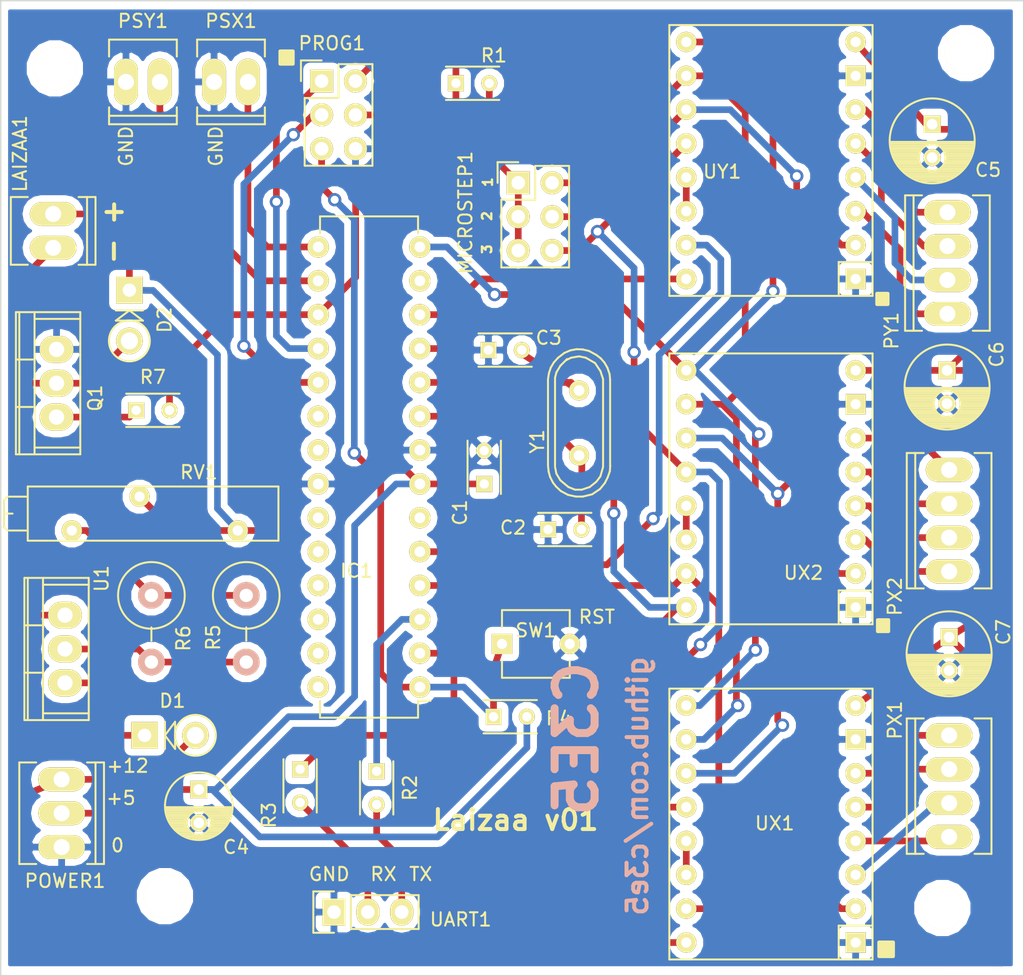
<source format=kicad_pcb>
(kicad_pcb (version 4) (host pcbnew 4.0.2-4+6225~38~ubuntu14.04.1-stable)
  (layers (0 F.Cu signal) (31 B.Cu signal) (34 B.Paste user) (35 F.Paste user) (36 B.SilkS user) (37 F.SilkS user) (38 B.Mask user) (39 F.Mask user) (44 Edge.Cuts user))
  (net 0 "")
  (net 1 +5V)
  (net 2 GND)
  (net 3 "Net-(C2-Pad2)")
  (net 4 "Net-(C3-Pad2)")
  (net 5 +12V)
  (net 6 "Net-(D1-Pad1)")
  (net 7 "Net-(D2-Pad2)")
  (net 8 "Net-(D2-Pad1)")
  (net 9 "Net-(IC1-Pad1)")
  (net 10 "Net-(IC1-Pad2)")
  (net 11 "Net-(IC1-Pad3)")
  (net 12 "Net-(IC1-Pad4)")
  (net 13 "Net-(IC1-Pad5)")
  (net 14 "Net-(IC1-Pad6)")
  (net 15 "Net-(IC1-Pad11)")
  (net 16 "Net-(IC1-Pad12)")
  (net 17 "Net-(IC1-Pad13)")
  (net 18 "Net-(IC1-Pad14)")
  (net 19 "Net-(IC1-Pad15)")
  (net 20 "Net-(IC1-Pad16)")
  (net 21 "Net-(IC1-Pad17)")
  (net 22 "Net-(IC1-Pad18)")
  (net 23 "Net-(IC1-Pad19)")
  (net 24 "Net-(IC1-Pad20)")
  (net 25 "Net-(IC1-Pad21)")
  (net 26 "Net-(IC1-Pad23)")
  (net 27 "Net-(IC1-Pad24)")
  (net 28 "Net-(IC1-Pad25)")
  (net 29 "Net-(IC1-Pad26)")
  (net 30 "Net-(IC1-Pad27)")
  (net 31 "Net-(IC1-Pad28)")
  (net 32 "Net-(MICROSTEP1-Pad1)")
  (net 33 "Net-(MICROSTEP1-Pad2)")
  (net 34 "Net-(MICROSTEP1-Pad4)")
  (net 35 "Net-(MICROSTEP1-Pad6)")
  (net 36 "Net-(PX1-Pad1)")
  (net 37 "Net-(PX1-Pad2)")
  (net 38 "Net-(PX1-Pad3)")
  (net 39 "Net-(PX1-Pad4)")
  (net 40 "Net-(PX2-Pad1)")
  (net 41 "Net-(PX2-Pad2)")
  (net 42 "Net-(PX2-Pad3)")
  (net 43 "Net-(PX2-Pad4)")
  (net 44 "Net-(PY1-Pad1)")
  (net 45 "Net-(PY1-Pad2)")
  (net 46 "Net-(PY1-Pad3)")
  (net 47 "Net-(PY1-Pad4)")
  (net 48 "Net-(Q1-Pad1)")
  (net 49 "Net-(R2-Pad2)")
  (net 50 "Net-(R3-Pad2)")
  (net 51 "Net-(R5-Pad1)")
  (net 52 "Net-(R5-Pad2)")
  (net 53 "Net-(UX1-Pad13)")
  (net 54 "Net-(UX2-Pad13)")
  (net 55 "Net-(UY1-Pad13)")
  (module Mounting_Holes:MountingHole_3.2mm_M3 (layer F.Cu) (at 195.834 41.021)
    (fp_text reference REF** hide)
    (fp_text value MountingHole_3.2mm_M3)
    (pad 1 np_thru_hole circle (at 0 0) (size 3.2 3.2) (drill 3.2) (layers *.Cu *.Mask F.SilkS))
  )
  (module Mounting_Holes:MountingHole_3.2mm_M3 (layer F.Cu) (at 135.763 104.267)
    (fp_text reference REF** hide)
    (fp_text value MountingHole_3.2mm_M3)
    (pad 1 np_thru_hole circle (at 0 0) (size 3.2 3.2) (drill 3.2) (layers *.Cu *.Mask F.SilkS))
  )
  (module Mounting_Holes:MountingHole_3.2mm_M3 (layer F.Cu) (at 194.056 105.156)
    (fp_text reference REF** hide)
    (fp_text value MountingHole_3.2mm_M3)
    (pad 1 np_thru_hole circle (at 0 0) (size 3.2 3.2) (drill 3.2) (layers *.Cu *.Mask F.SilkS))
  )
  (module Capacitors_ThroughHole:C_Rect_L4_W2.5_P2.5 (layer F.Cu) (at 159.7025 73.3425 90)
    (fp_text reference C1 (at -2.1463 -1.8161 90) (layer F.SilkS))
    (fp_text value 100nF)
    (pad 1 thru_hole rect (at 0 0 90) (size 1.2 1.2) (drill 0.7) (layers *.Cu *.Mask F.SilkS) (net 1 +5V))
    (pad 2 thru_hole circle (at 2.5 0 90) (size 1.2 1.2) (drill 0.7) (layers *.Cu *.Mask F.SilkS) (net 2 GND))
  )
  (module Capacitors_ThroughHole:C_Rect_L4_W2.5_P2.5 (layer F.Cu) (at 164.4904 76.7588)
    (fp_text reference C2 (at -2.6289 -0.1397) (layer F.SilkS))
    (fp_text value 22pF)
    (pad 1 thru_hole rect (at 0 0) (size 1.2 1.2) (drill 0.7) (layers *.Cu *.Mask F.SilkS) (net 2 GND))
    (pad 2 thru_hole circle (at 2.5 0) (size 1.2 1.2) (drill 0.7) (layers *.Cu *.Mask F.SilkS) (net 3 "Net-(C2-Pad2)"))
  )
  (module Capacitors_ThroughHole:C_Rect_L4_W2.5_P2.5 (layer F.Cu) (at 160.02 63.2968)
    (fp_text reference C3 (at 4.5212 -0.9144) (layer F.SilkS))
    (fp_text value 22pF)
    (pad 1 thru_hole rect (at 0 0) (size 1.2 1.2) (drill 0.7) (layers *.Cu *.Mask F.SilkS) (net 2 GND))
    (pad 2 thru_hole circle (at 2.5 0) (size 1.2 1.2) (drill 0.7) (layers *.Cu *.Mask F.SilkS) (net 4 "Net-(C3-Pad2)"))
  )
  (module Capacitors_ThroughHole:C_Radial_D6.3_L11.2_P2.5 (layer F.Cu) (at 193.294 46.355 270)
    (fp_text reference C5 (at 3.429 -4.191 360) (layer F.SilkS))
    (fp_text value 47uF)
    (pad 2 thru_hole circle (at 2.5 0 270) (size 1.3 1.3) (drill 0.8) (layers *.Cu *.Mask F.SilkS) (net 2 GND))
    (pad 1 thru_hole rect (at 0 0 270) (size 1.3 1.3) (drill 0.8) (layers *.Cu *.Mask F.SilkS) (net 5 +12V))
  )
  (module Capacitors_ThroughHole:C_Radial_D6.3_L11.2_P2.5 (layer F.Cu) (at 194.4116 64.8208 270)
    (fp_text reference C6 (at -1.1938 -3.7084 270) (layer F.SilkS))
    (fp_text value 47uF)
    (pad 2 thru_hole circle (at 2.5 0 270) (size 1.3 1.3) (drill 0.8) (layers *.Cu *.Mask F.SilkS) (net 2 GND))
    (pad 1 thru_hole rect (at 0 0 270) (size 1.3 1.3) (drill 0.8) (layers *.Cu *.Mask F.SilkS) (net 5 +12V))
  )
  (module Capacitors_ThroughHole:C_Radial_D6.3_L11.2_P2.5 (layer F.Cu) (at 194.564 84.836 270)
    (fp_text reference C7 (at -0.381 -4.064 270) (layer F.SilkS))
    (fp_text value 47uF)
    (pad 2 thru_hole circle (at 2.5 0 270) (size 1.3 1.3) (drill 0.8) (layers *.Cu *.Mask F.SilkS) (net 2 GND))
    (pad 1 thru_hole rect (at 0 0 270) (size 1.3 1.3) (drill 0.8) (layers *.Cu *.Mask F.SilkS) (net 5 +12V))
  )
  (module Housings_DIP:DIP-28_W7.62mm (layer F.Cu) (at 154.8765 88.5825 180)
    (fp_text reference IC1 (at 4.7625 8.7249 180) (layer F.SilkS))
    (fp_text value ATMEGA328P-P)
    (pad 1 thru_hole oval (at 0 0 180) (size 1.6 1.6) (drill 0.8) (layers *.Cu *.Mask F.SilkS) (net 9 "Net-(IC1-Pad1)"))
    (pad 2 thru_hole oval (at 0 2.54 180) (size 1.6 1.6) (drill 0.8) (layers *.Cu *.Mask F.SilkS) (net 10 "Net-(IC1-Pad2)"))
    (pad 3 thru_hole oval (at 0 5.08 180) (size 1.6 1.6) (drill 0.8) (layers *.Cu *.Mask F.SilkS) (net 11 "Net-(IC1-Pad3)"))
    (pad 4 thru_hole oval (at 0 7.62 180) (size 1.6 1.6) (drill 0.8) (layers *.Cu *.Mask F.SilkS) (net 12 "Net-(IC1-Pad4)"))
    (pad 5 thru_hole oval (at 0 10.16 180) (size 1.6 1.6) (drill 0.8) (layers *.Cu *.Mask F.SilkS) (net 13 "Net-(IC1-Pad5)"))
    (pad 6 thru_hole oval (at 0 12.7 180) (size 1.6 1.6) (drill 0.8) (layers *.Cu *.Mask F.SilkS) (net 14 "Net-(IC1-Pad6)"))
    (pad 7 thru_hole oval (at 0 15.24 180) (size 1.6 1.6) (drill 0.8) (layers *.Cu *.Mask F.SilkS) (net 1 +5V))
    (pad 8 thru_hole oval (at 0 17.78 180) (size 1.6 1.6) (drill 0.8) (layers *.Cu *.Mask F.SilkS) (net 2 GND))
    (pad 9 thru_hole oval (at 0 20.32 180) (size 1.6 1.6) (drill 0.8) (layers *.Cu *.Mask F.SilkS) (net 3 "Net-(C2-Pad2)"))
    (pad 10 thru_hole oval (at 0 22.86 180) (size 1.6 1.6) (drill 0.8) (layers *.Cu *.Mask F.SilkS) (net 4 "Net-(C3-Pad2)"))
    (pad 11 thru_hole oval (at 0 25.4 180) (size 1.6 1.6) (drill 0.8) (layers *.Cu *.Mask F.SilkS) (net 15 "Net-(IC1-Pad11)"))
    (pad 12 thru_hole oval (at 0 27.94 180) (size 1.6 1.6) (drill 0.8) (layers *.Cu *.Mask F.SilkS) (net 16 "Net-(IC1-Pad12)"))
    (pad 13 thru_hole oval (at 0 30.48 180) (size 1.6 1.6) (drill 0.8) (layers *.Cu *.Mask F.SilkS) (net 17 "Net-(IC1-Pad13)"))
    (pad 14 thru_hole oval (at 0 33.02 180) (size 1.6 1.6) (drill 0.8) (layers *.Cu *.Mask F.SilkS) (net 18 "Net-(IC1-Pad14)"))
    (pad 15 thru_hole oval (at 7.62 33.02 180) (size 1.6 1.6) (drill 0.8) (layers *.Cu *.Mask F.SilkS) (net 19 "Net-(IC1-Pad15)"))
    (pad 16 thru_hole oval (at 7.62 30.48 180) (size 1.6 1.6) (drill 0.8) (layers *.Cu *.Mask F.SilkS) (net 20 "Net-(IC1-Pad16)"))
    (pad 17 thru_hole oval (at 7.62 27.94 180) (size 1.6 1.6) (drill 0.8) (layers *.Cu *.Mask F.SilkS) (net 21 "Net-(IC1-Pad17)"))
    (pad 18 thru_hole oval (at 7.62 25.4 180) (size 1.6 1.6) (drill 0.8) (layers *.Cu *.Mask F.SilkS) (net 22 "Net-(IC1-Pad18)"))
    (pad 19 thru_hole oval (at 7.62 22.86 180) (size 1.6 1.6) (drill 0.8) (layers *.Cu *.Mask F.SilkS) (net 23 "Net-(IC1-Pad19)"))
    (pad 20 thru_hole oval (at 7.62 20.32 180) (size 1.6 1.6) (drill 0.8) (layers *.Cu *.Mask F.SilkS) (net 24 "Net-(IC1-Pad20)"))
    (pad 21 thru_hole oval (at 7.62 17.78 180) (size 1.6 1.6) (drill 0.8) (layers *.Cu *.Mask F.SilkS) (net 25 "Net-(IC1-Pad21)"))
    (pad 22 thru_hole oval (at 7.62 15.24 180) (size 1.6 1.6) (drill 0.8) (layers *.Cu *.Mask F.SilkS) (net 2 GND))
    (pad 23 thru_hole oval (at 7.62 12.7 180) (size 1.6 1.6) (drill 0.8) (layers *.Cu *.Mask F.SilkS) (net 26 "Net-(IC1-Pad23)"))
    (pad 24 thru_hole oval (at 7.62 10.16 180) (size 1.6 1.6) (drill 0.8) (layers *.Cu *.Mask F.SilkS) (net 27 "Net-(IC1-Pad24)"))
    (pad 25 thru_hole oval (at 7.62 7.62 180) (size 1.6 1.6) (drill 0.8) (layers *.Cu *.Mask F.SilkS) (net 28 "Net-(IC1-Pad25)"))
    (pad 26 thru_hole oval (at 7.62 5.08 180) (size 1.6 1.6) (drill 0.8) (layers *.Cu *.Mask F.SilkS) (net 29 "Net-(IC1-Pad26)"))
    (pad 27 thru_hole oval (at 7.62 2.54 180) (size 1.6 1.6) (drill 0.8) (layers *.Cu *.Mask F.SilkS) (net 30 "Net-(IC1-Pad27)"))
    (pad 28 thru_hole oval (at 7.62 0 180) (size 1.6 1.6) (drill 0.8) (layers *.Cu *.Mask F.SilkS) (net 31 "Net-(IC1-Pad28)"))
  )
  (module Sockets_MOLEX_KK-System:Socket_MOLEX-KK-RM2-54mm_Lock_2pin_straight (layer F.Cu) (at 127.381 54.356 270)
    (fp_text reference LAIZAA1 (at -5.7912 2.4892 270) (layer F.SilkS))
    (fp_text value CONN_01X02)
    (pad 1 thru_hole oval (at -1.27 0 270) (size 1.80086 3.50012) (drill 1.19888) (layers *.Cu *.Mask F.SilkS) (net 8 "Net-(D2-Pad1)"))
    (pad 2 thru_hole oval (at 1.27 0 270) (size 1.80086 3.50012) (drill 1.19888) (layers *.Cu *.Mask F.SilkS) (net 7 "Net-(D2-Pad2)"))
  )
  (module Pin_Headers:Pin_Header_Straight_2x03 (layer F.Cu) (at 162.2552 50.7492)
    (fp_text reference MICROSTEP1 (at -3.9624 2.2352 90) (layer F.SilkS))
    (fp_text value CONN_02X03)
    (pad 1 thru_hole rect (at 0 0) (size 1.7272 1.7272) (drill 1.016) (layers *.Cu *.Mask F.SilkS) (net 32 "Net-(MICROSTEP1-Pad1)"))
    (pad 2 thru_hole oval (at 2.54 0) (size 1.7272 1.7272) (drill 1.016) (layers *.Cu *.Mask F.SilkS) (net 33 "Net-(MICROSTEP1-Pad2)"))
    (pad 3 thru_hole oval (at 0 2.54) (size 1.7272 1.7272) (drill 1.016) (layers *.Cu *.Mask F.SilkS) (net 32 "Net-(MICROSTEP1-Pad1)"))
    (pad 4 thru_hole oval (at 2.54 2.54) (size 1.7272 1.7272) (drill 1.016) (layers *.Cu *.Mask F.SilkS) (net 34 "Net-(MICROSTEP1-Pad4)"))
    (pad 5 thru_hole oval (at 0 5.08) (size 1.7272 1.7272) (drill 1.016) (layers *.Cu *.Mask F.SilkS) (net 32 "Net-(MICROSTEP1-Pad1)"))
    (pad 6 thru_hole oval (at 2.54 5.08) (size 1.7272 1.7272) (drill 1.016) (layers *.Cu *.Mask F.SilkS) (net 35 "Net-(MICROSTEP1-Pad6)"))
  )
  (module Sockets_MOLEX_KK-System:Socket_MOLEX-KK-RM2-54mm_Lock_3pin_straight (layer F.Cu) (at 128.016 98.044 270)
    (fp_text reference POWER1 (at 5.08 -0.254 360) (layer F.SilkS))
    (fp_text value CONN_01X03)
    (pad 1 thru_hole oval (at -2.54 0 270) (size 1.80086 3.50012) (drill 1.19888) (layers *.Cu *.Mask F.SilkS) (net 5 +12V))
    (pad 2 thru_hole oval (at 0 0 270) (size 1.80086 3.50012) (drill 1.19888) (layers *.Cu *.Mask F.SilkS) (net 1 +5V))
    (pad 3 thru_hole oval (at 2.54 0 270) (size 1.80086 3.50012) (drill 1.19888) (layers *.Cu *.Mask F.SilkS) (net 2 GND))
  )
  (module Pin_Headers:Pin_Header_Straight_2x03 (layer F.Cu) (at 147.5105 43.1165)
    (fp_text reference PROG1 (at 0.7747 -2.8321) (layer F.SilkS))
    (fp_text value CONN_02X03)
    (pad 1 thru_hole rect (at 0 0) (size 1.7272 1.7272) (drill 1.016) (layers *.Cu *.Mask F.SilkS) (net 22 "Net-(IC1-Pad18)"))
    (pad 2 thru_hole oval (at 2.54 0) (size 1.7272 1.7272) (drill 1.016) (layers *.Cu *.Mask F.SilkS) (net 1 +5V))
    (pad 3 thru_hole oval (at 0 2.54) (size 1.7272 1.7272) (drill 1.016) (layers *.Cu *.Mask F.SilkS) (net 23 "Net-(IC1-Pad19)"))
    (pad 4 thru_hole oval (at 2.54 2.54) (size 1.7272 1.7272) (drill 1.016) (layers *.Cu *.Mask F.SilkS) (net 21 "Net-(IC1-Pad17)"))
    (pad 5 thru_hole oval (at 0 5.08) (size 1.7272 1.7272) (drill 1.016) (layers *.Cu *.Mask F.SilkS) (net 9 "Net-(IC1-Pad1)"))
    (pad 6 thru_hole oval (at 2.54 5.08) (size 1.7272 1.7272) (drill 1.016) (layers *.Cu *.Mask F.SilkS) (net 2 GND))
  )
  (module Sockets_MOLEX_KK-System:Socket_MOLEX-KK-RM2-54mm_Lock_2pin_straight (layer F.Cu) (at 140.716 43.18 180)
    (fp_text reference PSX1 (at 0 4.572 360) (layer F.SilkS))
    (fp_text value CONN_01X02)
    (pad 1 thru_hole oval (at -1.27 0 180) (size 1.80086 3.50012) (drill 1.19888) (layers *.Cu *.Mask F.SilkS) (net 19 "Net-(IC1-Pad15)"))
    (pad 2 thru_hole oval (at 1.27 0 180) (size 1.80086 3.50012) (drill 1.19888) (layers *.Cu *.Mask F.SilkS) (net 2 GND))
  )
  (module Sockets_MOLEX_KK-System:Socket_MOLEX-KK-RM2-54mm_Lock_2pin_straight (layer F.Cu) (at 134.112 43.18 180)
    (fp_text reference PSY1 (at 0 4.572 180) (layer F.SilkS))
    (fp_text value CONN_01X02)
    (pad 1 thru_hole oval (at -1.27 0 180) (size 1.80086 3.50012) (drill 1.19888) (layers *.Cu *.Mask F.SilkS) (net 20 "Net-(IC1-Pad16)"))
    (pad 2 thru_hole oval (at 1.27 0 180) (size 1.80086 3.50012) (drill 1.19888) (layers *.Cu *.Mask F.SilkS) (net 2 GND))
  )
  (module Sockets_MOLEX_KK-System:Socket_MOLEX-KK-RM2-54mm_Lock_4pin_straight (layer F.Cu) (at 194.564 96.012 90)
    (fp_text reference PX1 (at 4.953 -4.064 90) (layer F.SilkS))
    (fp_text value CONN_01X04)
    (pad 1 thru_hole oval (at -3.81 0 90) (size 1.80086 3.50012) (drill 1.19888) (layers *.Cu *.Mask F.SilkS) (net 36 "Net-(PX1-Pad1)"))
    (pad 2 thru_hole oval (at -1.27 0 90) (size 1.80086 3.50012) (drill 1.19888) (layers *.Cu *.Mask F.SilkS) (net 37 "Net-(PX1-Pad2)"))
    (pad 3 thru_hole oval (at 1.27 0 90) (size 1.80086 3.50012) (drill 1.19888) (layers *.Cu *.Mask F.SilkS) (net 38 "Net-(PX1-Pad3)"))
    (pad 4 thru_hole oval (at 3.81 0 90) (size 1.80086 3.50012) (drill 1.19888) (layers *.Cu *.Mask F.SilkS) (net 39 "Net-(PX1-Pad4)"))
  )
  (module Sockets_MOLEX_KK-System:Socket_MOLEX-KK-RM2-54mm_Lock_4pin_straight (layer F.Cu) (at 194.564 76.0984 90)
    (fp_text reference PX2 (at -5.6896 -4.064 90) (layer F.SilkS))
    (fp_text value CONN_01X04)
    (pad 1 thru_hole oval (at -3.81 0 90) (size 1.80086 3.50012) (drill 1.19888) (layers *.Cu *.Mask F.SilkS) (net 40 "Net-(PX2-Pad1)"))
    (pad 2 thru_hole oval (at -1.27 0 90) (size 1.80086 3.50012) (drill 1.19888) (layers *.Cu *.Mask F.SilkS) (net 41 "Net-(PX2-Pad2)"))
    (pad 3 thru_hole oval (at 1.27 0 90) (size 1.80086 3.50012) (drill 1.19888) (layers *.Cu *.Mask F.SilkS) (net 42 "Net-(PX2-Pad3)"))
    (pad 4 thru_hole oval (at 3.81 0 90) (size 1.80086 3.50012) (drill 1.19888) (layers *.Cu *.Mask F.SilkS) (net 43 "Net-(PX2-Pad4)"))
  )
  (module Sockets_MOLEX_KK-System:Socket_MOLEX-KK-RM2-54mm_Lock_4pin_straight (layer F.Cu) (at 194.437 56.769 90)
    (fp_text reference PY1 (at -5.08 -4.191 270) (layer F.SilkS))
    (fp_text value CONN_01X04)
    (pad 1 thru_hole oval (at -3.81 0 90) (size 1.80086 3.50012) (drill 1.19888) (layers *.Cu *.Mask F.SilkS) (net 44 "Net-(PY1-Pad1)"))
    (pad 2 thru_hole oval (at -1.27 0 90) (size 1.80086 3.50012) (drill 1.19888) (layers *.Cu *.Mask F.SilkS) (net 45 "Net-(PY1-Pad2)"))
    (pad 3 thru_hole oval (at 1.27 0 90) (size 1.80086 3.50012) (drill 1.19888) (layers *.Cu *.Mask F.SilkS) (net 46 "Net-(PY1-Pad3)"))
    (pad 4 thru_hole oval (at 3.81 0 90) (size 1.80086 3.50012) (drill 1.19888) (layers *.Cu *.Mask F.SilkS) (net 47 "Net-(PY1-Pad4)"))
  )
  (module Power_Integrations:TO-220 (layer F.Cu) (at 127.635 65.786 90)
    (fp_text reference Q1 (at -1.1176 2.8956 90) (layer F.SilkS))
    (fp_text value IRF540N)
    (pad 2 thru_hole oval (at 0 0 90) (size 2.032 2.54) (drill 1.143) (layers *.Cu *.Mask F.SilkS) (net 7 "Net-(D2-Pad2)"))
    (pad 3 thru_hole oval (at 2.54 0 90) (size 2.032 2.54) (drill 1.143) (layers *.Cu *.Mask F.SilkS) (net 2 GND))
    (pad 1 thru_hole oval (at -2.54 0 90) (size 2.032 2.54) (drill 1.143) (layers *.Cu *.Mask F.SilkS) (net 48 "Net-(Q1-Pad1)"))
  )
  (module Capacitors_ThroughHole:C_Rect_L4_W2.5_P2.5 (layer F.Cu) (at 157.5816 43.2816)
    (fp_text reference R1 (at 2.8448 -2.0828) (layer F.SilkS))
    (fp_text value 220R)
    (pad 1 thru_hole rect (at 0 0) (size 1.2 1.2) (drill 0.7) (layers *.Cu *.Mask F.SilkS) (net 1 +5V))
    (pad 2 thru_hole circle (at 2.5 0) (size 1.2 1.2) (drill 0.7) (layers *.Cu *.Mask F.SilkS) (net 32 "Net-(MICROSTEP1-Pad1)"))
  )
  (module Capacitors_ThroughHole:C_Rect_L4_W2.5_P2.5 (layer F.Cu) (at 151.638 94.8944 270)
    (fp_text reference R2 (at 1.25 -2.5 270) (layer F.SilkS))
    (fp_text value 1K)
    (pad 1 thru_hole rect (at 0 0 270) (size 1.2 1.2) (drill 0.7) (layers *.Cu *.Mask F.SilkS) (net 11 "Net-(IC1-Pad3)"))
    (pad 2 thru_hole circle (at 2.5 0 270) (size 1.2 1.2) (drill 0.7) (layers *.Cu *.Mask F.SilkS) (net 49 "Net-(R2-Pad2)"))
  )
  (module Capacitors_ThroughHole:C_Rect_L4_W2.5_P2.5 (layer F.Cu) (at 145.8976 94.742 270)
    (fp_text reference R3 (at 3.4544 2.3368 270) (layer F.SilkS))
    (fp_text value 1K)
    (pad 1 thru_hole rect (at 0 0 270) (size 1.2 1.2) (drill 0.7) (layers *.Cu *.Mask F.SilkS) (net 10 "Net-(IC1-Pad2)"))
    (pad 2 thru_hole circle (at 2.5 0 270) (size 1.2 1.2) (drill 0.7) (layers *.Cu *.Mask F.SilkS) (net 50 "Net-(R3-Pad2)"))
  )
  (module Capacitors_ThroughHole:C_Rect_L4_W2.5_P2.5 (layer F.Cu) (at 160.401 90.805)
    (fp_text reference R4 (at 4.9022 0.127) (layer F.SilkS))
    (fp_text value 10K)
    (pad 1 thru_hole rect (at 0 0) (size 1.2 1.2) (drill 0.7) (layers *.Cu *.Mask F.SilkS) (net 9 "Net-(IC1-Pad1)"))
    (pad 2 thru_hole circle (at 2.5 0) (size 1.2 1.2) (drill 0.7) (layers *.Cu *.Mask F.SilkS) (net 1 +5V))
  )
  (module Resistors_ThroughHole:Resistor_Vertical_RM5mm (layer F.Cu) (at 141.859 84.201 270)
    (fp_text reference R5 (at 0.6604 2.4765 270) (layer F.SilkS))
    (fp_text value 1R0)
    (pad 1 thru_hole circle (at -2.49936 0 270) (size 1.99898 1.99898) (drill 1.00076) (layers *.Cu *.SilkS *.Mask) (net 51 "Net-(R5-Pad1)"))
    (pad 2 thru_hole circle (at 2.5019 0 270) (size 1.99898 1.99898) (drill 1.00076) (layers *.Cu *.SilkS *.Mask) (net 52 "Net-(R5-Pad2)"))
  )
  (module Resistors_ThroughHole:Resistor_Vertical_RM5mm (layer F.Cu) (at 134.747 84.201 270)
    (fp_text reference R6 (at 0.7239 -2.4003 270) (layer F.SilkS))
    (fp_text value 1R0)
    (pad 1 thru_hole circle (at -2.49936 0 270) (size 1.99898 1.99898) (drill 1.00076) (layers *.Cu *.SilkS *.Mask) (net 51 "Net-(R5-Pad1)"))
    (pad 2 thru_hole circle (at 2.5019 0 270) (size 1.99898 1.99898) (drill 1.00076) (layers *.Cu *.SilkS *.Mask) (net 52 "Net-(R5-Pad2)"))
  )
  (module Capacitors_ThroughHole:C_Rect_L4_W2.5_P2.5 (layer F.Cu) (at 133.604 67.818)
    (fp_text reference R7 (at 1.25 -2.5) (layer F.SilkS))
    (fp_text value 180R)
    (pad 1 thru_hole rect (at 0 0) (size 1.2 1.2) (drill 0.7) (layers *.Cu *.Mask F.SilkS) (net 48 "Net-(Q1-Pad1)"))
    (pad 2 thru_hole circle (at 2.5 0) (size 1.2 1.2) (drill 0.7) (layers *.Cu *.Mask F.SilkS) (net 21 "Net-(IC1-Pad17)"))
  )
  (module Potentiometers:Potentiometer_Bourns_3006P_Angular_ScrewFront (layer F.Cu) (at 141.224 76.835)
    (fp_text reference RV1 (at -2.921 -4.3688) (layer F.SilkS))
    (fp_text value POT)
    (pad 3 thru_hole circle (at -12.446 0) (size 1.524 1.524) (drill 0.762) (layers *.Cu *.Mask F.SilkS) (net 51 "Net-(R5-Pad1)"))
    (pad 2 thru_hole circle (at -7.366 -2.54) (size 1.524 1.524) (drill 0.762) (layers *.Cu *.Mask F.SilkS) (net 8 "Net-(D2-Pad1)"))
    (pad 1 thru_hole circle (at 0 0) (size 1.524 1.524) (drill 0.762) (layers *.Cu *.Mask F.SilkS) (net 8 "Net-(D2-Pad1)"))
  )
  (module Power_Integrations:TO-220 (layer F.Cu) (at 128.27 85.725 90)
    (fp_text reference U1 (at 5.2832 2.7432 90) (layer F.SilkS))
    (fp_text value LM317T)
    (pad 2 thru_hole oval (at 0 0 90) (size 2.032 2.54) (drill 1.143) (layers *.Cu *.Mask F.SilkS) (net 52 "Net-(R5-Pad2)"))
    (pad 3 thru_hole oval (at 2.54 0 90) (size 2.032 2.54) (drill 1.143) (layers *.Cu *.Mask F.SilkS) (net 6 "Net-(D1-Pad1)"))
    (pad 1 thru_hole oval (at -2.54 0 90) (size 2.032 2.54) (drill 1.143) (layers *.Cu *.Mask F.SilkS) (net 8 "Net-(D2-Pad1)"))
  )
  (module Pin_Headers:Pin_Header_Straight_1x03 (layer F.Cu) (at 148.4376 105.4608 90)
    (fp_text reference UART1 (at -0.5588 9.4996 180) (layer F.SilkS))
    (fp_text value CONN_01X03)
    (pad 1 thru_hole rect (at 0 0 90) (size 2.032 1.7272) (drill 1.016) (layers *.Cu *.Mask F.SilkS) (net 2 GND))
    (pad 2 thru_hole oval (at 0 2.54 90) (size 2.032 1.7272) (drill 1.016) (layers *.Cu *.Mask F.SilkS) (net 50 "Net-(R3-Pad2)"))
    (pad 3 thru_hole oval (at 0 5.08 90) (size 2.032 1.7272) (drill 1.016) (layers *.Cu *.Mask F.SilkS) (net 49 "Net-(R2-Pad2)"))
  )
  (module My_Shit:A4988 (layer F.Cu) (at 181.2036 98.8568)
    (fp_text reference UX1 (at 0.2794 -0.0508) (layer F.SilkS))
    (fp_text value POLOLU_A4988)
    (pad 1 thru_hole rect (at 6.35 8.89) (size 1.524 1.524) (drill 0.762) (layers *.Cu *.Mask F.SilkS) (net 2 GND))
    (pad 2 thru_hole circle (at 6.35 6.35) (size 1.524 1.524) (drill 0.762) (layers *.Cu *.Mask F.SilkS) (net 1 +5V))
    (pad 3 thru_hole circle (at 6.35 3.81) (size 1.524 1.524) (drill 0.762) (layers *.Cu *.Mask F.SilkS) (net 37 "Net-(PX1-Pad2)"))
    (pad 4 thru_hole circle (at 6.35 1.27) (size 1.524 1.524) (drill 0.762) (layers *.Cu *.Mask F.SilkS) (net 36 "Net-(PX1-Pad1)"))
    (pad 5 thru_hole circle (at 6.35 -1.27) (size 1.524 1.524) (drill 0.762) (layers *.Cu *.Mask F.SilkS) (net 38 "Net-(PX1-Pad3)"))
    (pad 6 thru_hole circle (at 6.35 -3.81) (size 1.524 1.524) (drill 0.762) (layers *.Cu *.Mask F.SilkS) (net 39 "Net-(PX1-Pad4)"))
    (pad 7 thru_hole rect (at 6.35 -6.35) (size 1.524 1.524) (drill 0.762) (layers *.Cu *.Mask F.SilkS) (net 2 GND))
    (pad 8 thru_hole circle (at 6.35 -8.89) (size 1.524 1.524) (drill 0.762) (layers *.Cu *.Mask F.SilkS) (net 5 +12V))
    (pad 9 thru_hole circle (at -6.35 -8.89) (size 1.524 1.524) (drill 0.762) (layers *.Cu *.Mask F.SilkS) (net 18 "Net-(IC1-Pad14)"))
    (pad 10 thru_hole circle (at -6.35 -6.35) (size 1.524 1.524) (drill 0.762) (layers *.Cu *.Mask F.SilkS) (net 33 "Net-(MICROSTEP1-Pad2)"))
    (pad 11 thru_hole circle (at -6.35 -3.81) (size 1.524 1.524) (drill 0.762) (layers *.Cu *.Mask F.SilkS) (net 34 "Net-(MICROSTEP1-Pad4)"))
    (pad 12 thru_hole circle (at -6.35 -1.27) (size 1.524 1.524) (drill 0.762) (layers *.Cu *.Mask F.SilkS) (net 35 "Net-(MICROSTEP1-Pad6)"))
    (pad 13 thru_hole circle (at -6.35 1.27) (size 1.524 1.524) (drill 0.762) (layers *.Cu *.Mask F.SilkS) (net 53 "Net-(UX1-Pad13)"))
    (pad 14 thru_hole circle (at -6.35 3.81) (size 1.524 1.524) (drill 0.762) (layers *.Cu *.Mask F.SilkS) (net 53 "Net-(UX1-Pad13)"))
    (pad 15 thru_hole circle (at -6.35 6.35) (size 1.524 1.524) (drill 0.762) (layers *.Cu *.Mask F.SilkS) (net 12 "Net-(IC1-Pad4)"))
    (pad 16 thru_hole circle (at -6.35 8.89) (size 1.524 1.524) (drill 0.762) (layers *.Cu *.Mask F.SilkS) (net 15 "Net-(IC1-Pad11)"))
  )
  (module My_Shit:A4988 (layer F.Cu) (at 181.2036 73.7108)
    (fp_text reference UX2 (at 2.4384 6.2992) (layer F.SilkS))
    (fp_text value POLOLU_A4988)
    (pad 1 thru_hole rect (at 6.35 8.89) (size 1.524 1.524) (drill 0.762) (layers *.Cu *.Mask F.SilkS) (net 2 GND))
    (pad 2 thru_hole circle (at 6.35 6.35) (size 1.524 1.524) (drill 0.762) (layers *.Cu *.Mask F.SilkS) (net 1 +5V))
    (pad 3 thru_hole circle (at 6.35 3.81) (size 1.524 1.524) (drill 0.762) (layers *.Cu *.Mask F.SilkS) (net 40 "Net-(PX2-Pad1)"))
    (pad 4 thru_hole circle (at 6.35 1.27) (size 1.524 1.524) (drill 0.762) (layers *.Cu *.Mask F.SilkS) (net 41 "Net-(PX2-Pad2)"))
    (pad 5 thru_hole circle (at 6.35 -1.27) (size 1.524 1.524) (drill 0.762) (layers *.Cu *.Mask F.SilkS) (net 42 "Net-(PX2-Pad3)"))
    (pad 6 thru_hole circle (at 6.35 -3.81) (size 1.524 1.524) (drill 0.762) (layers *.Cu *.Mask F.SilkS) (net 43 "Net-(PX2-Pad4)"))
    (pad 7 thru_hole rect (at 6.35 -6.35) (size 1.524 1.524) (drill 0.762) (layers *.Cu *.Mask F.SilkS) (net 2 GND))
    (pad 8 thru_hole circle (at 6.35 -8.89) (size 1.524 1.524) (drill 0.762) (layers *.Cu *.Mask F.SilkS) (net 5 +12V))
    (pad 9 thru_hole circle (at -6.35 -8.89) (size 1.524 1.524) (drill 0.762) (layers *.Cu *.Mask F.SilkS) (net 18 "Net-(IC1-Pad14)"))
    (pad 10 thru_hole circle (at -6.35 -6.35) (size 1.524 1.524) (drill 0.762) (layers *.Cu *.Mask F.SilkS) (net 33 "Net-(MICROSTEP1-Pad2)"))
    (pad 11 thru_hole circle (at -6.35 -3.81) (size 1.524 1.524) (drill 0.762) (layers *.Cu *.Mask F.SilkS) (net 34 "Net-(MICROSTEP1-Pad4)"))
    (pad 12 thru_hole circle (at -6.35 -1.27) (size 1.524 1.524) (drill 0.762) (layers *.Cu *.Mask F.SilkS) (net 35 "Net-(MICROSTEP1-Pad6)"))
    (pad 13 thru_hole circle (at -6.35 1.27) (size 1.524 1.524) (drill 0.762) (layers *.Cu *.Mask F.SilkS) (net 54 "Net-(UX2-Pad13)"))
    (pad 14 thru_hole circle (at -6.35 3.81) (size 1.524 1.524) (drill 0.762) (layers *.Cu *.Mask F.SilkS) (net 54 "Net-(UX2-Pad13)"))
    (pad 15 thru_hole circle (at -6.35 6.35) (size 1.524 1.524) (drill 0.762) (layers *.Cu *.Mask F.SilkS) (net 12 "Net-(IC1-Pad4)"))
    (pad 16 thru_hole circle (at -6.35 8.89) (size 1.524 1.524) (drill 0.762) (layers *.Cu *.Mask F.SilkS) (net 15 "Net-(IC1-Pad11)"))
  )
  (module My_Shit:A4988 (layer F.Cu) (at 181.2036 49.0728)
    (fp_text reference UY1 (at -3.6576 0.8382) (layer F.SilkS))
    (fp_text value POLOLU_A4988)
    (pad 1 thru_hole rect (at 6.35 8.89) (size 1.524 1.524) (drill 0.762) (layers *.Cu *.Mask F.SilkS) (net 2 GND))
    (pad 2 thru_hole circle (at 6.35 6.35) (size 1.524 1.524) (drill 0.762) (layers *.Cu *.Mask F.SilkS) (net 1 +5V))
    (pad 3 thru_hole circle (at 6.35 3.81) (size 1.524 1.524) (drill 0.762) (layers *.Cu *.Mask F.SilkS) (net 44 "Net-(PY1-Pad1)"))
    (pad 4 thru_hole circle (at 6.35 1.27) (size 1.524 1.524) (drill 0.762) (layers *.Cu *.Mask F.SilkS) (net 45 "Net-(PY1-Pad2)"))
    (pad 5 thru_hole circle (at 6.35 -1.27) (size 1.524 1.524) (drill 0.762) (layers *.Cu *.Mask F.SilkS) (net 46 "Net-(PY1-Pad3)"))
    (pad 6 thru_hole circle (at 6.35 -3.81) (size 1.524 1.524) (drill 0.762) (layers *.Cu *.Mask F.SilkS) (net 47 "Net-(PY1-Pad4)"))
    (pad 7 thru_hole rect (at 6.35 -6.35) (size 1.524 1.524) (drill 0.762) (layers *.Cu *.Mask F.SilkS) (net 2 GND))
    (pad 8 thru_hole circle (at 6.35 -8.89) (size 1.524 1.524) (drill 0.762) (layers *.Cu *.Mask F.SilkS) (net 5 +12V))
    (pad 9 thru_hole circle (at -6.35 -8.89) (size 1.524 1.524) (drill 0.762) (layers *.Cu *.Mask F.SilkS) (net 18 "Net-(IC1-Pad14)"))
    (pad 10 thru_hole circle (at -6.35 -6.35) (size 1.524 1.524) (drill 0.762) (layers *.Cu *.Mask F.SilkS) (net 33 "Net-(MICROSTEP1-Pad2)"))
    (pad 11 thru_hole circle (at -6.35 -3.81) (size 1.524 1.524) (drill 0.762) (layers *.Cu *.Mask F.SilkS) (net 34 "Net-(MICROSTEP1-Pad4)"))
    (pad 12 thru_hole circle (at -6.35 -1.27) (size 1.524 1.524) (drill 0.762) (layers *.Cu *.Mask F.SilkS) (net 35 "Net-(MICROSTEP1-Pad6)"))
    (pad 13 thru_hole circle (at -6.35 1.27) (size 1.524 1.524) (drill 0.762) (layers *.Cu *.Mask F.SilkS) (net 55 "Net-(UY1-Pad13)"))
    (pad 14 thru_hole circle (at -6.35 3.81) (size 1.524 1.524) (drill 0.762) (layers *.Cu *.Mask F.SilkS) (net 55 "Net-(UY1-Pad13)"))
    (pad 15 thru_hole circle (at -6.35 6.35) (size 1.524 1.524) (drill 0.762) (layers *.Cu *.Mask F.SilkS) (net 13 "Net-(IC1-Pad5)"))
    (pad 16 thru_hole circle (at -6.35 8.89) (size 1.524 1.524) (drill 0.762) (layers *.Cu *.Mask F.SilkS) (net 16 "Net-(IC1-Pad12)"))
  )
  (module Crystals:Crystal_HC49-U_Vertical (layer F.Cu) (at 166.8145 68.7705 90)
    (fp_text reference Y1 (at -1.3843 -3.1369 90) (layer F.SilkS))
    (fp_text value Crystal)
    (pad 1 thru_hole circle (at -2.44094 0 90) (size 1.50114 1.50114) (drill 0.8001) (layers *.Cu *.Mask F.SilkS) (net 3 "Net-(C2-Pad2)"))
    (pad 2 thru_hole circle (at 2.44094 0 90) (size 1.50114 1.50114) (drill 0.8001) (layers *.Cu *.Mask F.SilkS) (net 4 "Net-(C3-Pad2)"))
  )
  (module Capacitors_ThroughHole:C_Radial_D5_L11_P2.5 (layer F.Cu) (at 138.303 96.266 270)
    (fp_text reference C4 (at 4.318 -2.794 360) (layer F.SilkS))
    (fp_text value 10uF)
    (pad 1 thru_hole rect (at 0 0 270) (size 1.3 1.3) (drill 0.8) (layers *.Cu *.Mask F.SilkS) (net 1 +5V))
    (pad 2 thru_hole circle (at 2.5 0 270) (size 1.3 1.3) (drill 0.8) (layers *.Cu *.Mask F.SilkS) (net 2 GND))
  )
  (module Diodes_ThroughHole:Diode_DO-41_SOD81_Vertical_KathodeUp (layer F.Cu) (at 134.239 92.202)
    (fp_text reference D1 (at 2.0828 -2.5908) (layer F.SilkS))
    (fp_text value D)
    (pad 2 thru_hole circle (at 3.81 0 180) (size 1.99898 1.99898) (drill 1.27) (layers *.Cu *.Mask F.SilkS) (net 5 +12V))
    (pad 1 thru_hole rect (at 0 0 180) (size 1.99898 1.99898) (drill 1.00076) (layers *.Cu *.Mask F.SilkS) (net 6 "Net-(D1-Pad1)"))
  )
  (module Diodes_ThroughHole:Diode_DO-41_SOD81_Vertical_KathodeUp (layer F.Cu) (at 133.096 58.801 270)
    (fp_text reference D2 (at 2.2352 -2.6416 270) (layer F.SilkS))
    (fp_text value D)
    (pad 2 thru_hole circle (at 3.81 0 90) (size 1.99898 1.99898) (drill 1.27) (layers *.Cu *.Mask F.SilkS) (net 7 "Net-(D2-Pad2)"))
    (pad 1 thru_hole rect (at 0 0 90) (size 1.99898 1.99898) (drill 1.00076) (layers *.Cu *.Mask F.SilkS) (net 8 "Net-(D2-Pad1)"))
  )
  (module laser_footprints:SIMPLE_SWITCH (layer F.Cu) (at 163.576 85.344)
    (fp_text reference SW1 (at 0 -1.016) (layer F.SilkS))
    (fp_text value SW_PUSH)
    (pad 1 thru_hole rect (at -2.54 0) (size 1.524 1.524) (drill 0.762) (layers *.Cu *.Mask F.SilkS) (net 9 "Net-(IC1-Pad1)"))
    (pad 2 thru_hole circle (at 2.54 0) (size 1.524 1.524) (drill 0.762) (layers *.Cu *.Mask F.SilkS) (net 2 GND))
  )
  (module Mounting_Holes:MountingHole_3.2mm_M3 (layer F.Cu) (at 127.508 42.164)
    (fp_text reference REF** hide)
    (fp_text value MountingHole_3.2mm_M3 hide)
    (pad 1 np_thru_hole circle (at 0 0) (size 3.2 3.2) (drill 3.2) (layers *.Cu *.Mask F.SilkS))
  )
  (gr_text "Laizaa v01" (at 162.052 98.552) (layer F.SilkS) (effects (font (size 1.5 1.5) (thickness 0.3))))
  (gr_text github.com/c3e5 (at 171.196 96.012 90) (layer B.SilkS) (effects (font (size 1.5 1.5) (thickness 0.3)) (justify mirror)))
  (gr_text C3E5 (at 166.624 92.456 90) (layer B.SilkS) (effects (font (size 3 3) (thickness 0.6)) (justify mirror)))
  (gr_text RST (at 168.148 83.312) (layer F.SilkS) (effects (font (size 1 1))))
  (gr_text GND (at 139.573 48.006 90) (layer F.SilkS) (effects (font (size 1 1))))
  (gr_text GND (at 132.842 48.006 90) (layer F.SilkS) (effects (font (size 1 1))))
  (gr_text TX (at 154.94 102.616) (layer F.SilkS) (effects (font (size 1 1))))
  (gr_text RX (at 152.146 102.616) (layer F.SilkS) (effects (font (size 1 1))))
  (gr_text GND (at 148.082 102.616) (layer F.SilkS) (effects (font (size 1 1))))
  (gr_text - (at 131.826 55.88 90) (layer F.SilkS) (effects (font (size 1.5 1.5) (thickness 0.3)) (justify mirror)))
  (gr_text + (at 131.953 52.832) (layer F.SilkS) (effects (font (size 1.5 1.5) (thickness 0.3)) (justify mirror)))
  (gr_line (start 123.444 37.084) (end 200.152 37.084) (angle 90) (layer Edge.Cuts) (width 0.1))
  (gr_line (start 123.444 110.236) (end 123.444 37.084) (angle 90) (layer Edge.Cuts) (width 0.1))
  (gr_line (start 200.152 110.236) (end 123.444 110.236) (angle 90) (layer Edge.Cuts) (width 0.1))
  (gr_line (start 200.152 37.084) (end 200.152 110.236) (angle 90) (layer Edge.Cuts) (width 0.1))
  (gr_text 3 (at 159.9184 55.7276 90) (layer F.SilkS) (effects (font (size 0.7 0.7) (thickness 0.175))))
  (gr_text 2 (at 159.9184 53.2384 90) (layer F.SilkS) (effects (font (size 0.7 0.7) (thickness 0.175))))
  (gr_text 1 (at 159.9692 50.6984 90) (layer F.SilkS) (effects (font (size 0.7 0.7) (thickness 0.175))))
  (gr_text +12 (at 132.969 94.488) (layer F.SilkS) (effects (font (size 1 1))))
  (gr_text +5 (at 132.461 96.901) (layer F.SilkS) (effects (font (size 1 1))))
  (gr_text 0 (at 132.207 100.457) (layer F.SilkS) (effects (font (size 1 1))))
  (segment (start 138.303 96.266) (end 139.573 96.266) (width 0.5) (layer B.Cu) (net 1))
  (segment (start 153.0985 73.3425) (end 154.8765 73.3425) (width 0.5) (layer B.Cu) (net 1))
  (segment (start 149.987 76.454) (end 153.0985 73.3425) (width 0.5) (layer B.Cu) (net 1))
  (segment (start 149.987 89.281) (end 149.987 76.454) (width 0.5) (layer B.Cu) (net 1))
  (segment (start 148.463 90.805) (end 149.987 89.281) (width 0.5) (layer B.Cu) (net 1))
  (segment (start 145.034 90.805) (end 148.463 90.805) (width 0.5) (layer B.Cu) (net 1))
  (segment (start 139.573 96.266) (end 145.034 90.805) (width 0.5) (layer B.Cu) (net 1))
  (segment (start 138.303 96.266) (end 139.319 96.266) (width 0.5) (layer B.Cu) (net 1))
  (segment (start 162.901 93.131) (end 162.901 90.805) (width 0.5) (layer B.Cu) (net 1))
  (segment (start 156.21 99.822) (end 162.901 93.131) (width 0.5) (layer B.Cu) (net 1))
  (segment (start 142.875 99.822) (end 156.21 99.822) (width 0.5) (layer B.Cu) (net 1))
  (segment (start 139.319 96.266) (end 142.875 99.822) (width 0.5) (layer B.Cu) (net 1))
  (segment (start 128.016 98.044) (end 134.747 98.044) (width 0.5) (layer F.Cu) (net 1))
  (segment (start 136.525 96.266) (end 138.303 96.266) (width 0.5) (layer F.Cu) (net 1))
  (segment (start 134.747 98.044) (end 136.525 96.266) (width 0.5) (layer F.Cu) (net 1))
  (segment (start 186.436 105.2068) (end 184.7088 103.4796) (width 0.5) (layer F.Cu) (net 1))
  (segment (start 184.7088 103.4796) (end 184.7088 81.4832) (width 0.5) (layer F.Cu) (net 1))
  (segment (start 184.7088 81.4832) (end 186.1312 80.0608) (width 0.5) (layer F.Cu) (net 1))
  (segment (start 186.1312 80.0608) (end 186.1312 79.9084) (width 0.5) (layer F.Cu) (net 1))
  (segment (start 186.1312 79.9084) (end 184.8104 78.5876) (width 0.5) (layer F.Cu) (net 1))
  (segment (start 184.8104 78.5876) (end 184.8104 56.388) (width 0.5) (layer F.Cu) (net 1))
  (segment (start 184.8104 56.388) (end 185.7756 55.4228) (width 0.5) (layer F.Cu) (net 1))
  (segment (start 185.7756 55.4228) (end 185.7756 54.7116) (width 0.5) (layer F.Cu) (net 1))
  (segment (start 185.7756 54.7116) (end 184.5564 53.4924) (width 0.5) (layer F.Cu) (net 1))
  (segment (start 184.5564 53.4924) (end 184.5564 43.8912) (width 0.5) (layer F.Cu) (net 1))
  (segment (start 184.5564 43.8912) (end 179.07 38.354) (width 0.5) (layer F.Cu) (net 1))
  (segment (start 179.07 38.354) (end 160.782 38.354) (width 0.5) (layer F.Cu) (net 1))
  (segment (start 157.6324 41.4528) (end 157.5816 41.5036) (width 0.5) (layer F.Cu) (net 1))
  (segment (start 160.782 38.354) (end 157.6324 41.4528) (width 0.5) (layer F.Cu) (net 1))
  (segment (start 157.5816 41.5036) (end 151.6634 41.5036) (width 0.5) (layer F.Cu) (net 1))
  (segment (start 151.6634 41.5036) (end 150.0505 43.1165) (width 0.5) (layer F.Cu) (net 1))
  (segment (start 187.5536 105.2068) (end 186.436 105.2068) (width 0.5) (layer F.Cu) (net 1))
  (segment (start 157.5816 41.5036) (end 157.6324 41.4528) (width 0.5) (layer F.Cu) (net 1))
  (segment (start 157.5816 43.2816) (end 157.5816 41.5036) (width 0.5) (layer F.Cu) (net 1))
  (segment (start 157.5816 47.3964) (end 151.7904 53.1876) (width 0.5) (layer F.Cu) (net 1))
  (segment (start 157.5816 43.2816) (end 157.5816 47.3964) (width 0.5) (layer F.Cu) (net 1))
  (segment (start 151.7904 70.2564) (end 154.8765 73.3425) (width 0.5) (layer F.Cu) (net 1))
  (segment (start 151.7904 53.1876) (end 151.7904 70.2564) (width 0.5) (layer F.Cu) (net 1))
  (segment (start 154.8765 73.3425) (end 159.7025 73.3425) (width 0.5) (layer F.Cu) (net 1))
  (segment (start 187.5536 55.4228) (end 186.4868 55.4228) (width 0.5) (layer F.Cu) (net 1))
  (segment (start 186.4868 55.4228) (end 185.7756 54.7116) (width 0.5) (layer F.Cu) (net 1))
  (segment (start 187.5536 80.0608) (end 186.1312 80.0608) (width 0.5) (layer F.Cu) (net 1))
  (segment (start 163.86556 68.2625) (end 166.8145 71.21144) (width 0.5) (layer F.Cu) (net 3))
  (segment (start 154.8765 68.2625) (end 163.86556 68.2625) (width 0.5) (layer F.Cu) (net 3))
  (segment (start 167.0285 71.42544) (end 166.8145 71.21144) (width 0.5) (layer F.Cu) (net 3))
  (segment (start 166.9904 76.7588) (end 167.0285 71.42544) (width 0.5) (layer F.Cu) (net 3))
  (segment (start 166.20744 65.7225) (end 166.8145 66.32956) (width 0.5) (layer F.Cu) (net 4))
  (segment (start 154.8765 65.7225) (end 166.20744 65.7225) (width 0.5) (layer F.Cu) (net 4))
  (segment (start 162.52 63.55906) (end 166.8145 66.32956) (width 0.5) (layer F.Cu) (net 4))
  (segment (start 162.52 63.2968) (end 162.52 63.55906) (width 0.5) (layer F.Cu) (net 4))
  (segment (start 128.016 95.504) (end 134.747 95.504) (width 0.5) (layer F.Cu) (net 5))
  (segment (start 134.747 95.504) (end 138.049 92.202) (width 0.5) (layer F.Cu) (net 5))
  (segment (start 187.5536 40.1828) (end 193.167 46.736) (width 0.5) (layer F.Cu) (net 5))
  (segment (start 187.5536 64.8208) (end 194.4116 64.8208) (width 0.5) (layer F.Cu) (net 5))
  (segment (start 187.5536 89.9668) (end 194.564 84.836) (width 0.5) (layer F.Cu) (net 5))
  (segment (start 124.46 97.028) (end 128.016 95.504) (width 0.5) (layer F.Cu) (net 5))
  (segment (start 124.3838 103.4796) (end 124.46 97.028) (width 0.5) (layer F.Cu) (net 5))
  (segment (start 124.3838 107.5436) (end 124.3838 103.4796) (width 0.5) (layer F.Cu) (net 5))
  (segment (start 125.476 109.22) (end 124.3838 107.5436) (width 0.5) (layer F.Cu) (net 5))
  (segment (start 198.5264 109.2708) (end 125.476 109.22) (width 0.5) (layer F.Cu) (net 5))
  (segment (start 198.5264 92.964) (end 198.5264 109.2708) (width 0.5) (layer F.Cu) (net 5))
  (segment (start 198.12 88.392) (end 198.5264 92.964) (width 0.5) (layer F.Cu) (net 5))
  (segment (start 194.564 84.836) (end 198.12 88.392) (width 0.5) (layer F.Cu) (net 5))
  (segment (start 197.4088 64.8208) (end 198.6788 66.0908) (width 0.5) (layer F.Cu) (net 5))
  (segment (start 198.6788 66.0908) (end 198.628 82.296) (width 0.5) (layer F.Cu) (net 5))
  (segment (start 198.628 82.296) (end 194.564 84.836) (width 0.5) (layer F.Cu) (net 5))
  (segment (start 194.4116 64.8208) (end 197.4088 64.8208) (width 0.5) (layer F.Cu) (net 5))
  (segment (start 197.485 46.736) (end 199.009 48.26) (width 0.5) (layer F.Cu) (net 5))
  (segment (start 199.009 48.26) (end 198.9328 60.2996) (width 0.5) (layer F.Cu) (net 5))
  (segment (start 198.9328 60.2996) (end 194.4116 64.8208) (width 0.5) (layer F.Cu) (net 5))
  (segment (start 193.167 46.736) (end 197.485 46.736) (width 0.5) (layer F.Cu) (net 5))
  (segment (start 125.857 83.185) (end 124.841 84.709) (width 0.5) (layer F.Cu) (net 6))
  (segment (start 124.841 84.709) (end 124.841 90.297) (width 0.5) (layer F.Cu) (net 6))
  (segment (start 124.841 90.297) (end 126.238 92.202) (width 0.5) (layer F.Cu) (net 6))
  (segment (start 126.238 92.202) (end 134.239 92.202) (width 0.5) (layer F.Cu) (net 6))
  (segment (start 128.27 83.185) (end 125.857 83.185) (width 0.5) (layer F.Cu) (net 6))
  (segment (start 124.714 58.293) (end 124.714 64.897) (width 0.5) (layer F.Cu) (net 7))
  (segment (start 124.714 64.897) (end 125.603 65.786) (width 0.5) (layer F.Cu) (net 7))
  (segment (start 125.603 65.786) (end 127.635 65.786) (width 0.5) (layer F.Cu) (net 7))
  (segment (start 127.381 55.626) (end 124.714 58.293) (width 0.5) (layer F.Cu) (net 7))
  (segment (start 129.921 65.786) (end 133.096 62.611) (width 0.5) (layer F.Cu) (net 7))
  (segment (start 127.635 65.786) (end 129.921 65.786) (width 0.5) (layer F.Cu) (net 7))
  (segment (start 133.858 74.295) (end 136.398 76.835) (width 0.5) (layer F.Cu) (net 8))
  (segment (start 136.398 76.835) (end 141.224 76.835) (width 0.5) (layer F.Cu) (net 8))
  (segment (start 134.874 58.8264) (end 139.7 63.6524) (width 0.5) (layer B.Cu) (net 8))
  (segment (start 139.7 63.6524) (end 139.7 75.184) (width 0.5) (layer B.Cu) (net 8))
  (segment (start 139.7 75.184) (end 141.224 76.835) (width 0.5) (layer B.Cu) (net 8))
  (segment (start 133.096 58.801) (end 134.874 58.8264) (width 0.5) (layer B.Cu) (net 8))
  (segment (start 132.207 88.265) (end 133.731 89.789) (width 0.5) (layer F.Cu) (net 8))
  (segment (start 133.731 89.789) (end 143.002 89.789) (width 0.5) (layer F.Cu) (net 8))
  (segment (start 143.002 89.789) (end 144.78 88.011) (width 0.5) (layer F.Cu) (net 8))
  (segment (start 144.78 88.011) (end 144.78 78.359) (width 0.5) (layer F.Cu) (net 8))
  (segment (start 144.78 78.359) (end 143.256 76.835) (width 0.5) (layer F.Cu) (net 8))
  (segment (start 143.256 76.835) (end 141.224 76.835) (width 0.5) (layer F.Cu) (net 8))
  (segment (start 128.27 88.265) (end 132.207 88.265) (width 0.5) (layer F.Cu) (net 8))
  (segment (start 130.81 53.086) (end 133.096 55.372) (width 0.5) (layer F.Cu) (net 8))
  (segment (start 133.096 55.372) (end 133.096 58.801) (width 0.5) (layer F.Cu) (net 8))
  (segment (start 127.381 53.086) (end 130.81 53.086) (width 0.5) (layer F.Cu) (net 8))
  (segment (start 160.401 87.249) (end 161.036 85.344) (width 0.5) (layer F.Cu) (net 9))
  (segment (start 160.401 90.805) (end 160.401 87.249) (width 0.5) (layer F.Cu) (net 9))
  (segment (start 158.1785 88.5825) (end 160.401 90.805) (width 0.5) (layer B.Cu) (net 9))
  (segment (start 154.8765 88.5825) (end 158.1785 88.5825) (width 0.5) (layer B.Cu) (net 9))
  (segment (start 147.5105 51.0413) (end 148.4884 52.0192) (width 0.5) (layer F.Cu) (net 9))
  (via (at 148.4884 52.0192) (size 1) (drill 0.6) (layers F.Cu B.Cu) (net 9))
  (segment (start 148.4884 52.0192) (end 149.9616 53.4924) (width 0.5) (layer B.Cu) (net 9))
  (segment (start 149.9616 53.4924) (end 149.9616 71.0184) (width 0.5) (layer B.Cu) (net 9))
  (via (at 149.9616 71.0184) (size 1) (drill 0.6) (layers F.Cu B.Cu) (net 9))
  (segment (start 149.9616 71.0184) (end 151.9428 72.9996) (width 0.5) (layer F.Cu) (net 9))
  (segment (start 151.9428 72.9996) (end 151.9428 87.5284) (width 0.5) (layer F.Cu) (net 9))
  (segment (start 151.9428 87.5284) (end 152.9969 88.5825) (width 0.5) (layer F.Cu) (net 9))
  (segment (start 152.9969 88.5825) (end 154.8765 88.5825) (width 0.5) (layer F.Cu) (net 9))
  (segment (start 147.5105 48.1965) (end 147.5105 51.0413) (width 0.5) (layer F.Cu) (net 9))
  (segment (start 145.8976 94.742) (end 146.177 94.742) (width 0.5) (layer F.Cu) (net 10))
  (segment (start 156.5529 86.0425) (end 157.4292 86.9188) (width 0.5) (layer F.Cu) (net 10))
  (segment (start 157.4292 86.9188) (end 157.4292 90.6272) (width 0.5) (layer F.Cu) (net 10))
  (segment (start 157.4292 90.6272) (end 155.8544 92.202) (width 0.5) (layer F.Cu) (net 10))
  (segment (start 155.8544 92.202) (end 148.4376 92.202) (width 0.5) (layer F.Cu) (net 10))
  (segment (start 148.4376 92.202) (end 145.8976 94.742) (width 0.5) (layer F.Cu) (net 10))
  (segment (start 154.8765 86.0425) (end 156.5529 86.0425) (width 0.5) (layer F.Cu) (net 10))
  (segment (start 153.5303 83.5025) (end 151.638 85.3948) (width 0.5) (layer B.Cu) (net 11))
  (segment (start 151.638 85.3948) (end 151.638 94.8944) (width 0.5) (layer B.Cu) (net 11))
  (segment (start 154.8765 83.5025) (end 153.5303 83.5025) (width 0.5) (layer B.Cu) (net 11))
  (segment (start 173.9519 80.9625) (end 174.8536 80.0608) (width 0.5) (layer F.Cu) (net 12))
  (segment (start 154.8765 80.9625) (end 173.9519 80.9625) (width 0.5) (layer F.Cu) (net 12))
  (segment (start 177.292 82.4484) (end 177.292 104.8004) (width 0.5) (layer F.Cu) (net 12))
  (segment (start 177.292 104.8004) (end 176.8856 105.2068) (width 0.5) (layer F.Cu) (net 12))
  (segment (start 176.8856 105.2068) (end 174.8536 105.2068) (width 0.5) (layer F.Cu) (net 12))
  (segment (start 174.9044 80.0608) (end 177.292 82.4484) (width 0.5) (layer F.Cu) (net 12))
  (segment (start 174.8536 80.0608) (end 174.9044 80.0608) (width 0.5) (layer F.Cu) (net 12))
  (segment (start 174.8536 55.4228) (end 175.1076 55.4228) (width 0.5) (layer F.Cu) (net 13))
  (segment (start 161.2773 78.4225) (end 162.2552 79.4004) (width 0.5) (layer F.Cu) (net 13))
  (segment (start 162.2552 79.4004) (end 168.91 79.4004) (width 0.5) (layer F.Cu) (net 13))
  (segment (start 168.91 79.4004) (end 172.3644 75.946) (width 0.5) (layer F.Cu) (net 13))
  (via (at 172.3644 75.946) (size 1) (drill 0.6) (layers F.Cu B.Cu) (net 13))
  (segment (start 172.3644 75.946) (end 172.8216 75.4888) (width 0.5) (layer B.Cu) (net 13))
  (segment (start 172.8216 75.4888) (end 172.8216 63.6524) (width 0.5) (layer B.Cu) (net 13))
  (segment (start 172.8216 63.6524) (end 177.4444 59.0296) (width 0.5) (layer B.Cu) (net 13))
  (segment (start 177.4444 59.0296) (end 177.4444 56.4896) (width 0.5) (layer B.Cu) (net 13))
  (segment (start 177.4444 56.4896) (end 176.3776 55.4228) (width 0.5) (layer B.Cu) (net 13))
  (segment (start 176.3776 55.4228) (end 174.8536 55.4228) (width 0.5) (layer B.Cu) (net 13))
  (segment (start 154.8765 78.4225) (end 161.2773 78.4225) (width 0.5) (layer F.Cu) (net 13))
  (segment (start 169.4688 87.3252) (end 169.4688 105.3084) (width 0.5) (layer F.Cu) (net 15))
  (segment (start 169.4688 105.3084) (end 171.9072 107.7468) (width 0.5) (layer F.Cu) (net 15))
  (segment (start 171.9072 107.7468) (end 174.8536 107.7468) (width 0.5) (layer F.Cu) (net 15))
  (segment (start 174.1932 82.6008) (end 169.4688 87.3252) (width 0.5) (layer F.Cu) (net 15))
  (segment (start 174.8536 82.6008) (end 174.1932 82.6008) (width 0.5) (layer F.Cu) (net 15))
  (segment (start 156.5275 63.1825) (end 158.496 61.214) (width 0.5) (layer F.Cu) (net 15))
  (segment (start 158.496 61.214) (end 166.624 61.214) (width 0.5) (layer F.Cu) (net 15))
  (segment (start 166.624 61.214) (end 169.418 64.008) (width 0.5) (layer F.Cu) (net 15))
  (segment (start 169.418 64.008) (end 169.418 75.5396) (width 0.5) (layer F.Cu) (net 15))
  (via (at 169.418 75.5396) (size 1) (drill 0.6) (layers F.Cu B.Cu) (net 15))
  (segment (start 169.418 75.5396) (end 169.418 79.9084) (width 0.5) (layer B.Cu) (net 15))
  (segment (start 169.418 79.9084) (end 172.1104 82.6008) (width 0.5) (layer B.Cu) (net 15))
  (segment (start 172.1104 82.6008) (end 174.8536 82.6008) (width 0.5) (layer B.Cu) (net 15))
  (segment (start 154.8765 63.1825) (end 156.5275 63.1825) (width 0.5) (layer F.Cu) (net 15))
  (segment (start 156.6799 60.6425) (end 159.3596 57.9628) (width 0.5) (layer F.Cu) (net 16))
  (segment (start 159.3596 57.9628) (end 174.8536 57.9628) (width 0.5) (layer F.Cu) (net 16))
  (segment (start 154.8765 60.6425) (end 156.6799 60.6425) (width 0.5) (layer F.Cu) (net 16))
  (segment (start 174.8536 64.6176) (end 174.8536 64.8208) (width 0.5) (layer B.Cu) (net 18))
  (segment (start 175.4124 64.8208) (end 174.8536 64.8208) (width 0.5) (layer B.Cu) (net 18))
  (segment (start 176.8348 40.1828) (end 181.356 44.704) (width 0.5) (layer F.Cu) (net 18))
  (segment (start 181.356 44.704) (end 181.356 58.8772) (width 0.5) (layer F.Cu) (net 18))
  (via (at 181.356 58.8772) (size 1) (drill 0.6) (layers F.Cu B.Cu) (net 18))
  (segment (start 181.356 58.8772) (end 175.4124 64.8208) (width 0.5) (layer B.Cu) (net 18))
  (segment (start 174.8536 40.1828) (end 176.8348 40.1828) (width 0.5) (layer F.Cu) (net 18))
  (via (at 180.2892 69.596) (size 1) (drill 0.6) (layers F.Cu B.Cu) (net 18))
  (segment (start 180.2892 69.596) (end 180.0352 69.85) (width 0.5) (layer F.Cu) (net 18))
  (segment (start 180.0352 69.85) (end 180.0352 85.8012) (width 0.5) (layer F.Cu) (net 18))
  (via (at 180.0352 85.8012) (size 1) (drill 0.6) (layers F.Cu B.Cu) (net 18))
  (segment (start 180.0352 85.8012) (end 175.8696 89.9668) (width 0.5) (layer B.Cu) (net 18))
  (segment (start 175.8696 89.9668) (end 174.8536 89.9668) (width 0.5) (layer B.Cu) (net 18))
  (segment (start 175.514 64.8208) (end 180.2892 69.596) (width 0.5) (layer B.Cu) (net 18))
  (segment (start 174.8536 64.8208) (end 175.514 64.8208) (width 0.5) (layer B.Cu) (net 18))
  (segment (start 156.9085 55.5625) (end 160.4772 59.1312) (width 0.5) (layer B.Cu) (net 18))
  (via (at 160.4772 59.1312) (size 1) (drill 0.6) (layers F.Cu B.Cu) (net 18))
  (segment (start 160.4772 59.1312) (end 169.164 59.1312) (width 0.5) (layer F.Cu) (net 18))
  (segment (start 169.164 59.1312) (end 174.8536 64.8208) (width 0.5) (layer F.Cu) (net 18))
  (segment (start 154.8765 55.5625) (end 156.9085 55.5625) (width 0.5) (layer B.Cu) (net 18))
  (segment (start 147.2565 55.5625) (end 143.4465 55.5625) (width 0.5) (layer F.Cu) (net 19))
  (segment (start 141.986 54.102) (end 141.986 43.18) (width 0.5) (layer F.Cu) (net 19))
  (segment (start 143.4465 55.5625) (end 141.986 54.102) (width 0.5) (layer F.Cu) (net 19))
  (segment (start 147.2565 58.1025) (end 142.9385 58.1025) (width 0.5) (layer F.Cu) (net 20))
  (segment (start 135.382 45.466) (end 135.382 43.18) (width 0.5) (layer F.Cu) (net 20))
  (segment (start 138.684 48.768) (end 135.382 45.466) (width 0.5) (layer F.Cu) (net 20))
  (segment (start 138.684 53.848) (end 138.684 48.768) (width 0.5) (layer F.Cu) (net 20))
  (segment (start 142.9385 58.1025) (end 138.684 53.848) (width 0.5) (layer F.Cu) (net 20))
  (segment (start 136.104 64.9624) (end 140.4239 60.6425) (width 0.5) (layer F.Cu) (net 21))
  (segment (start 140.4239 60.6425) (end 147.2565 60.6425) (width 0.5) (layer F.Cu) (net 21))
  (segment (start 136.104 67.818) (end 136.104 64.9624) (width 0.5) (layer F.Cu) (net 21))
  (segment (start 151.5745 45.6565) (end 152.8064 46.8884) (width 0.5) (layer F.Cu) (net 21))
  (segment (start 152.8064 46.8884) (end 152.8064 49.53) (width 0.5) (layer F.Cu) (net 21))
  (segment (start 152.8064 49.53) (end 150.0632 52.2732) (width 0.5) (layer F.Cu) (net 21))
  (segment (start 150.0632 52.2732) (end 150.0632 57.8358) (width 0.5) (layer F.Cu) (net 21))
  (segment (start 150.0632 57.8358) (end 147.2565 60.6425) (width 0.5) (layer F.Cu) (net 21))
  (segment (start 150.0505 45.6565) (end 151.5745 45.6565) (width 0.5) (layer F.Cu) (net 21))
  (segment (start 144.1196 46.5074) (end 144.1196 52.1716) (width 0.5) (layer F.Cu) (net 22))
  (via (at 144.1196 52.1716) (size 1) (drill 0.6) (layers F.Cu B.Cu) (net 22))
  (segment (start 144.1196 52.1716) (end 144.1196 62.23) (width 0.5) (layer B.Cu) (net 22))
  (segment (start 144.1196 62.23) (end 145.0721 63.1825) (width 0.5) (layer B.Cu) (net 22))
  (segment (start 145.0721 63.1825) (end 147.2565 63.1825) (width 0.5) (layer B.Cu) (net 22))
  (segment (start 147.5105 43.1165) (end 144.1196 46.5074) (width 0.5) (layer F.Cu) (net 22))
  (segment (start 144.4117 65.7225) (end 147.2565 65.7225) (width 0.5) (layer F.Cu) (net 23))
  (segment (start 141.6812 62.992) (end 144.4117 65.7225) (width 0.5) (layer F.Cu) (net 23))
  (via (at 141.6812 62.992) (size 1) (drill 0.6) (layers F.Cu B.Cu) (net 23))
  (segment (start 141.6812 50.8508) (end 141.6812 62.992) (width 0.5) (layer B.Cu) (net 23))
  (segment (start 145.3896 47.1424) (end 141.6812 50.8508) (width 0.5) (layer B.Cu) (net 23))
  (via (at 145.3896 47.1424) (size 1) (drill 0.6) (layers F.Cu B.Cu) (net 23))
  (segment (start 146.8755 45.6565) (end 145.3896 47.1424) (width 0.5) (layer F.Cu) (net 23))
  (segment (start 147.5105 45.6565) (end 146.8755 45.6565) (width 0.5) (layer F.Cu) (net 23))
  (segment (start 160.0816 48.5756) (end 162.2552 50.7492) (width 0.5) (layer F.Cu) (net 32))
  (segment (start 160.0816 43.2816) (end 160.0816 48.5756) (width 0.5) (layer F.Cu) (net 32))
  (segment (start 162.2552 53.2892) (end 162.2552 55.8292) (width 0.5) (layer F.Cu) (net 32))
  (segment (start 162.2552 50.7492) (end 162.2552 53.2892) (width 0.5) (layer F.Cu) (net 32))
  (segment (start 166.8272 50.7492) (end 174.8536 42.7228) (width 0.5) (layer F.Cu) (net 33))
  (segment (start 164.7952 50.7492) (end 166.8272 50.7492) (width 0.5) (layer F.Cu) (net 33))
  (segment (start 176.5808 42.7228) (end 179.2732 45.4152) (width 0.5) (layer F.Cu) (net 33))
  (segment (start 179.2732 45.4152) (end 179.2732 65.8876) (width 0.5) (layer F.Cu) (net 33))
  (segment (start 179.2732 65.8876) (end 177.8 67.3608) (width 0.5) (layer F.Cu) (net 33))
  (segment (start 177.546 67.3608) (end 174.8536 67.3608) (width 0.5) (layer F.Cu) (net 33))
  (segment (start 177.8 67.3608) (end 177.546 67.3608) (width 0.5) (layer F.Cu) (net 33))
  (segment (start 174.8536 42.7228) (end 176.5808 42.7228) (width 0.5) (layer F.Cu) (net 33))
  (segment (start 176.1744 92.5068) (end 178.7144 89.9668) (width 0.5) (layer B.Cu) (net 33))
  (via (at 178.7144 89.9668) (size 1) (drill 0.6) (layers F.Cu B.Cu) (net 33))
  (segment (start 178.7144 89.9668) (end 178.6128 89.8652) (width 0.5) (layer F.Cu) (net 33))
  (segment (start 178.6128 89.8652) (end 178.6128 68.4276) (width 0.5) (layer F.Cu) (net 33))
  (segment (start 178.6128 68.4276) (end 177.546 67.3608) (width 0.5) (layer F.Cu) (net 33))
  (segment (start 174.8536 92.5068) (end 176.1744 92.5068) (width 0.5) (layer B.Cu) (net 33))
  (segment (start 166.8272 53.2892) (end 174.8536 45.2628) (width 0.5) (layer F.Cu) (net 34))
  (segment (start 164.7952 53.2892) (end 166.8272 53.2892) (width 0.5) (layer F.Cu) (net 34))
  (segment (start 181.7116 74.0664) (end 177.546 69.9008) (width 0.5) (layer B.Cu) (net 34))
  (via (at 181.7116 74.0664) (size 1) (drill 0.6) (layers F.Cu B.Cu) (net 34))
  (segment (start 177.546 69.9008) (end 174.8536 69.9008) (width 0.5) (layer B.Cu) (net 34))
  (segment (start 181.7116 91.0844) (end 181.7116 74.0664) (width 0.5) (layer F.Cu) (net 34))
  (segment (start 182.0672 91.44) (end 181.7116 91.0844) (width 0.5) (layer F.Cu) (net 34))
  (via (at 182.0672 91.44) (size 1) (drill 0.6) (layers F.Cu B.Cu) (net 34))
  (segment (start 178.4604 95.0468) (end 182.0672 91.44) (width 0.5) (layer B.Cu) (net 34))
  (segment (start 174.8536 95.0468) (end 178.4604 95.0468) (width 0.5) (layer B.Cu) (net 34))
  (segment (start 178.1556 45.2628) (end 183.134 50.2412) (width 0.5) (layer B.Cu) (net 34))
  (via (at 183.134 50.2412) (size 1) (drill 0.6) (layers F.Cu B.Cu) (net 34))
  (segment (start 183.134 50.2412) (end 183.134 72.644) (width 0.5) (layer F.Cu) (net 34))
  (segment (start 183.134 72.644) (end 181.7116 74.0664) (width 0.5) (layer F.Cu) (net 34))
  (segment (start 174.8536 45.2628) (end 178.1556 45.2628) (width 0.5) (layer B.Cu) (net 34))
  (segment (start 168.3004 54.356) (end 174.8536 47.8028) (width 0.5) (layer F.Cu) (net 35))
  (segment (start 166.8272 55.8292) (end 168.3004 54.356) (width 0.5) (layer F.Cu) (net 35))
  (segment (start 164.7952 55.8292) (end 166.8272 55.8292) (width 0.5) (layer F.Cu) (net 35))
  (segment (start 170.942 68.5292) (end 170.942 63.4492) (width 0.5) (layer F.Cu) (net 35))
  (via (at 170.942 63.4492) (size 1) (drill 0.6) (layers F.Cu B.Cu) (net 35))
  (segment (start 170.942 63.4492) (end 170.942 57.15) (width 0.5) (layer B.Cu) (net 35))
  (segment (start 170.942 57.15) (end 168.1988 54.4068) (width 0.5) (layer B.Cu) (net 35))
  (via (at 168.1988 54.4068) (size 1) (drill 0.6) (layers F.Cu B.Cu) (net 35))
  (segment (start 168.1988 54.4068) (end 168.1988 54.4576) (width 0.5) (layer F.Cu) (net 35))
  (segment (start 168.1988 54.4576) (end 168.1988 54.5084) (width 0.5) (layer F.Cu) (net 35))
  (segment (start 168.1988 54.5084) (end 168.3004 54.61) (width 0.5) (layer F.Cu) (net 35))
  (segment (start 168.3004 54.61) (end 168.3004 54.356) (width 0.5) (layer F.Cu) (net 35))
  (segment (start 174.8536 72.4408) (end 170.942 68.5292) (width 0.5) (layer F.Cu) (net 35))
  (segment (start 174.8536 97.5868) (end 173.0248 97.5868) (width 0.5) (layer F.Cu) (net 35))
  (segment (start 173.0248 97.5868) (end 172.2628 96.8248) (width 0.5) (layer F.Cu) (net 35))
  (segment (start 172.2628 96.8248) (end 172.2628 89.0524) (width 0.5) (layer F.Cu) (net 35))
  (segment (start 172.2628 89.0524) (end 175.9204 85.3948) (width 0.5) (layer F.Cu) (net 35))
  (via (at 175.9204 85.3948) (size 1) (drill 0.6) (layers F.Cu B.Cu) (net 35))
  (segment (start 175.9204 85.3948) (end 177.3428 83.9724) (width 0.5) (layer B.Cu) (net 35))
  (segment (start 177.3428 83.9724) (end 177.3428 73.152) (width 0.5) (layer B.Cu) (net 35))
  (segment (start 177.3428 73.152) (end 176.6316 72.4408) (width 0.5) (layer B.Cu) (net 35))
  (segment (start 176.6316 72.4408) (end 174.8536 72.4408) (width 0.5) (layer B.Cu) (net 35))
  (segment (start 187.5536 100.1268) (end 194.2592 100.1268) (width 0.5) (layer F.Cu) (net 36))
  (segment (start 194.2592 100.1268) (end 194.564 99.822) (width 0.5) (layer F.Cu) (net 36))
  (segment (start 194.1576 96.8756) (end 194.564 97.282) (width 0.5) (layer B.Cu) (net 37))
  (segment (start 187.5536 102.6668) (end 194.1576 96.8756) (width 0.5) (layer B.Cu) (net 37))
  (segment (start 187.5536 97.5868) (end 188.9252 97.5868) (width 0.5) (layer F.Cu) (net 38))
  (segment (start 191.77 94.742) (end 194.564 94.742) (width 0.5) (layer F.Cu) (net 38))
  (segment (start 188.9252 97.5868) (end 191.77 94.742) (width 0.5) (layer F.Cu) (net 38))
  (segment (start 187.5536 95.0468) (end 188.9252 95.0468) (width 0.5) (layer F.Cu) (net 39))
  (segment (start 191.77 92.202) (end 194.564 92.202) (width 0.5) (layer F.Cu) (net 39))
  (segment (start 188.9252 95.0468) (end 191.77 92.202) (width 0.5) (layer F.Cu) (net 39))
  (segment (start 190.6524 79.9084) (end 194.564 79.9084) (width 0.5) (layer F.Cu) (net 40))
  (segment (start 188.2648 77.5208) (end 190.6524 79.9084) (width 0.5) (layer F.Cu) (net 40))
  (segment (start 187.5536 77.5208) (end 188.2648 77.5208) (width 0.5) (layer F.Cu) (net 40))
  (segment (start 188.5696 74.9808) (end 190.9572 77.3684) (width 0.5) (layer F.Cu) (net 41))
  (segment (start 190.9572 77.3684) (end 194.564 77.3684) (width 0.5) (layer F.Cu) (net 41))
  (segment (start 187.5536 74.9808) (end 188.5696 74.9808) (width 0.5) (layer F.Cu) (net 41))
  (segment (start 188.6204 72.4408) (end 191.008 74.8284) (width 0.5) (layer F.Cu) (net 42))
  (segment (start 191.008 74.8284) (end 194.564 74.8284) (width 0.5) (layer F.Cu) (net 42))
  (segment (start 187.5536 72.4408) (end 188.6204 72.4408) (width 0.5) (layer F.Cu) (net 42))
  (segment (start 192.1764 69.9008) (end 194.564 72.2884) (width 0.5) (layer F.Cu) (net 43))
  (segment (start 187.5536 69.9008) (end 192.1764 69.9008) (width 0.5) (layer F.Cu) (net 43))
  (segment (start 187.5536 52.8828) (end 188.0108 52.8828) (width 0.5) (layer F.Cu) (net 44))
  (segment (start 188.0108 52.8828) (end 190.881 55.753) (width 0.5) (layer F.Cu) (net 44))
  (segment (start 192.151 60.579) (end 194.437 60.579) (width 0.5) (layer F.Cu) (net 44))
  (segment (start 190.881 59.309) (end 192.151 60.579) (width 0.5) (layer F.Cu) (net 44))
  (segment (start 190.881 55.753) (end 190.881 59.309) (width 0.5) (layer F.Cu) (net 44))
  (segment (start 187.5536 52.8828) (end 188.1378 52.8828) (width 0.5) (layer F.Cu) (net 44))
  (segment (start 187.5536 50.3428) (end 187.5536 50.3936) (width 0.5) (layer B.Cu) (net 45))
  (segment (start 187.5536 50.3936) (end 190.5 53.34) (width 0.5) (layer B.Cu) (net 45))
  (segment (start 191.77 58.039) (end 194.437 58.039) (width 0.5) (layer B.Cu) (net 45))
  (segment (start 190.5 56.769) (end 191.77 58.039) (width 0.5) (layer B.Cu) (net 45))
  (segment (start 190.5 53.34) (end 190.5 56.769) (width 0.5) (layer B.Cu) (net 45))
  (segment (start 187.5536 50.3428) (end 187.6298 50.3428) (width 0.5) (layer F.Cu) (net 45))
  (segment (start 187.5536 47.8028) (end 187.6298 47.8028) (width 0.5) (layer F.Cu) (net 46))
  (segment (start 187.6298 47.8028) (end 189.484 49.657) (width 0.5) (layer F.Cu) (net 46))
  (segment (start 192.659 55.499) (end 194.437 55.499) (width 0.5) (layer F.Cu) (net 46))
  (segment (start 189.484 52.324) (end 192.659 55.499) (width 0.5) (layer F.Cu) (net 46))
  (segment (start 189.484 49.657) (end 189.484 52.324) (width 0.5) (layer F.Cu) (net 46))
  (segment (start 187.5536 45.2628) (end 188.2648 45.2628) (width 0.5) (layer F.Cu) (net 47))
  (segment (start 188.2648 45.2628) (end 190.754 47.752) (width 0.5) (layer F.Cu) (net 47))
  (segment (start 190.754 47.752) (end 190.754 51.562) (width 0.5) (layer F.Cu) (net 47))
  (segment (start 190.754 51.562) (end 192.151 52.959) (width 0.5) (layer F.Cu) (net 47))
  (segment (start 192.151 52.959) (end 194.437 52.959) (width 0.5) (layer F.Cu) (net 47))
  (segment (start 127.635 68.326) (end 133.096 68.326) (width 0.5) (layer F.Cu) (net 48))
  (segment (start 133.096 68.326) (end 133.604 67.818) (width 0.5) (layer F.Cu) (net 48))
  (segment (start 151.638 99.6188) (end 153.5176 101.4984) (width 0.5) (layer F.Cu) (net 49))
  (segment (start 153.5176 101.4984) (end 153.5176 105.4608) (width 0.5) (layer F.Cu) (net 49))
  (segment (start 151.638 97.3944) (end 151.638 99.6188) (width 0.5) (layer F.Cu) (net 49))
  (segment (start 150.9776 102.322) (end 145.8976 97.242) (width 0.5) (layer F.Cu) (net 50))
  (segment (start 150.9776 105.4608) (end 150.9776 102.322) (width 0.5) (layer F.Cu) (net 50))
  (segment (start 128.778 76.835) (end 129.88036 76.835) (width 0.5) (layer F.Cu) (net 51))
  (segment (start 129.88036 76.835) (end 134.747 81.70164) (width 0.5) (layer F.Cu) (net 51))
  (segment (start 134.747 81.70164) (end 141.859 81.70164) (width 0.5) (layer F.Cu) (net 51))
  (segment (start 141.859 86.7029) (end 134.747 86.7029) (width 0.5) (layer F.Cu) (net 52))
  (segment (start 133.7691 85.725) (end 134.747 86.7029) (width 0.5) (layer F.Cu) (net 52))
  (segment (start 128.27 85.725) (end 133.7691 85.725) (width 0.5) (layer F.Cu) (net 52))
  (segment (start 174.8536 100.1268) (end 174.8536 102.6668) (width 0.5) (layer F.Cu) (net 53))
  (segment (start 174.8536 74.9808) (end 174.8536 77.5208) (width 0.5) (layer F.Cu) (net 54))
  (segment (start 174.8536 50.3428) (end 174.8536 52.8828) (width 0.5) (layer F.Cu) (net 55))
  (zone (net 2) (net_name GND) (layer B.Cu) (connect_pads (clearance 0.508)) (min_thickness 0.254) (fill yes (arc_segments 16) (thermal_gap 0.508) (thermal_bridge_width 0.508))
    (polygon (pts (xy 199.3392 109.5248) (xy 123.698 109.5248) (xy 123.698 37.7444) (xy 199.3392 37.7444) (xy 199.3392 109.5248)))
  )
  (zone (net 0) (net_name "") (layer F.SilkS) (connect_pads (clearance 0.508)) (min_thickness 0.254) (fill yes (arc_segments 16) (thermal_gap 0.508) (thermal_bridge_width 0.508))
    (polygon (pts (xy 145.4912 41.9608) (xy 144.272 41.9608) (xy 144.272 40.7416) (xy 145.4912 40.7416) (xy 145.4912 41.9608)))
  )
  (zone (net 0) (net_name "") (layer F.SilkS) (connect_pads (clearance 0.508)) (min_thickness 0.254) (fill yes (arc_segments 16) (thermal_gap 0.508) (thermal_bridge_width 0.508))
    (polygon (pts (xy 190.0936 58.928) (xy 190.0936 59.9948) (xy 189.0268 59.9948) (xy 189.0268 58.928) (xy 190.0936 58.928)))
  )
  (zone (net 0) (net_name "") (layer F.SilkS) (connect_pads (clearance 0.508)) (min_thickness 0.254) (fill yes (arc_segments 16) (thermal_gap 0.508) (thermal_bridge_width 0.508))
    (polygon (pts (xy 190.1444 84.5312) (xy 189.0776 84.5312) (xy 189.0776 83.4136) (xy 190.1444 83.4136) (xy 190.1444 84.5312)))
  )
  (zone (net 0) (net_name "") (layer F.SilkS) (connect_pads (clearance 0.508)) (min_thickness 0.254) (fill yes (arc_segments 16) (thermal_gap 0.508) (thermal_bridge_width 0.508))
    (polygon (pts (xy 190.5 108.9152) (xy 189.1792 108.9152) (xy 189.1792 107.5944) (xy 190.5 107.5944) (xy 190.5 108.9152)))
  )
)
</source>
